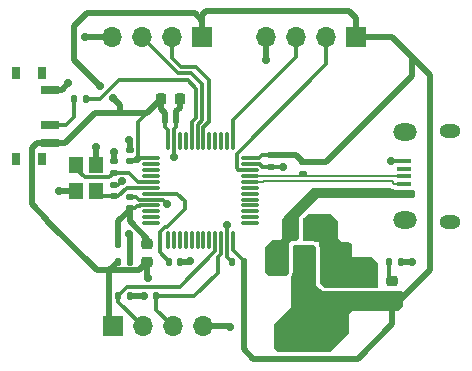
<source format=gbr>
%TF.GenerationSoftware,KiCad,Pcbnew,8.0.8*%
%TF.CreationDate,2025-02-01T16:42:16+07:00*%
%TF.ProjectId,stm32-blue-pill-backups,73746d33-322d-4626-9c75-652d70696c6c,rev?*%
%TF.SameCoordinates,Original*%
%TF.FileFunction,Copper,L1,Top*%
%TF.FilePolarity,Positive*%
%FSLAX46Y46*%
G04 Gerber Fmt 4.6, Leading zero omitted, Abs format (unit mm)*
G04 Created by KiCad (PCBNEW 8.0.8) date 2025-02-01 16:42:16*
%MOMM*%
%LPD*%
G01*
G04 APERTURE LIST*
G04 Aperture macros list*
%AMRoundRect*
0 Rectangle with rounded corners*
0 $1 Rounding radius*
0 $2 $3 $4 $5 $6 $7 $8 $9 X,Y pos of 4 corners*
0 Add a 4 corners polygon primitive as box body*
4,1,4,$2,$3,$4,$5,$6,$7,$8,$9,$2,$3,0*
0 Add four circle primitives for the rounded corners*
1,1,$1+$1,$2,$3*
1,1,$1+$1,$4,$5*
1,1,$1+$1,$6,$7*
1,1,$1+$1,$8,$9*
0 Add four rect primitives between the rounded corners*
20,1,$1+$1,$2,$3,$4,$5,0*
20,1,$1+$1,$4,$5,$6,$7,0*
20,1,$1+$1,$6,$7,$8,$9,0*
20,1,$1+$1,$8,$9,$2,$3,0*%
G04 Aperture macros list end*
%TA.AperFunction,SMDPad,CuDef*%
%ADD10R,0.800000X1.000000*%
%TD*%
%TA.AperFunction,SMDPad,CuDef*%
%ADD11R,1.500000X0.700000*%
%TD*%
%TA.AperFunction,SMDPad,CuDef*%
%ADD12RoundRect,0.135000X-0.135000X-0.185000X0.135000X-0.185000X0.135000X0.185000X-0.135000X0.185000X0*%
%TD*%
%TA.AperFunction,SMDPad,CuDef*%
%ADD13RoundRect,0.135000X0.135000X0.185000X-0.135000X0.185000X-0.135000X-0.185000X0.135000X-0.185000X0*%
%TD*%
%TA.AperFunction,ComponentPad*%
%ADD14R,1.700000X1.700000*%
%TD*%
%TA.AperFunction,ComponentPad*%
%ADD15O,1.700000X1.700000*%
%TD*%
%TA.AperFunction,SMDPad,CuDef*%
%ADD16RoundRect,0.218750X0.256250X-0.218750X0.256250X0.218750X-0.256250X0.218750X-0.256250X-0.218750X0*%
%TD*%
%TA.AperFunction,SMDPad,CuDef*%
%ADD17RoundRect,0.140000X-0.140000X-0.170000X0.140000X-0.170000X0.140000X0.170000X-0.140000X0.170000X0*%
%TD*%
%TA.AperFunction,SMDPad,CuDef*%
%ADD18RoundRect,0.140000X0.170000X-0.140000X0.170000X0.140000X-0.170000X0.140000X-0.170000X-0.140000X0*%
%TD*%
%TA.AperFunction,SMDPad,CuDef*%
%ADD19RoundRect,0.250000X-0.250000X-0.475000X0.250000X-0.475000X0.250000X0.475000X-0.250000X0.475000X0*%
%TD*%
%TA.AperFunction,SMDPad,CuDef*%
%ADD20RoundRect,0.218750X-0.256250X0.218750X-0.256250X-0.218750X0.256250X-0.218750X0.256250X0.218750X0*%
%TD*%
%TA.AperFunction,SMDPad,CuDef*%
%ADD21RoundRect,0.250000X0.475000X-0.250000X0.475000X0.250000X-0.475000X0.250000X-0.475000X-0.250000X0*%
%TD*%
%TA.AperFunction,SMDPad,CuDef*%
%ADD22RoundRect,0.140000X-0.170000X0.140000X-0.170000X-0.140000X0.170000X-0.140000X0.170000X0.140000X0*%
%TD*%
%TA.AperFunction,SMDPad,CuDef*%
%ADD23RoundRect,0.075000X-0.662500X-0.075000X0.662500X-0.075000X0.662500X0.075000X-0.662500X0.075000X0*%
%TD*%
%TA.AperFunction,SMDPad,CuDef*%
%ADD24RoundRect,0.075000X-0.075000X-0.662500X0.075000X-0.662500X0.075000X0.662500X-0.075000X0.662500X0*%
%TD*%
%TA.AperFunction,SMDPad,CuDef*%
%ADD25RoundRect,0.225000X-0.225000X-0.250000X0.225000X-0.250000X0.225000X0.250000X-0.225000X0.250000X0*%
%TD*%
%TA.AperFunction,SMDPad,CuDef*%
%ADD26RoundRect,0.135000X0.185000X-0.135000X0.185000X0.135000X-0.185000X0.135000X-0.185000X-0.135000X0*%
%TD*%
%TA.AperFunction,SMDPad,CuDef*%
%ADD27RoundRect,0.140000X0.140000X0.170000X-0.140000X0.170000X-0.140000X-0.170000X0.140000X-0.170000X0*%
%TD*%
%TA.AperFunction,SMDPad,CuDef*%
%ADD28R,1.200000X1.400000*%
%TD*%
%TA.AperFunction,HeatsinkPad*%
%ADD29O,1.800000X1.150000*%
%TD*%
%TA.AperFunction,HeatsinkPad*%
%ADD30O,2.000000X1.450000*%
%TD*%
%TA.AperFunction,SMDPad,CuDef*%
%ADD31R,1.300000X0.450000*%
%TD*%
%TA.AperFunction,SMDPad,CuDef*%
%ADD32RoundRect,0.375000X-0.375000X0.625000X-0.375000X-0.625000X0.375000X-0.625000X0.375000X0.625000X0*%
%TD*%
%TA.AperFunction,SMDPad,CuDef*%
%ADD33RoundRect,0.500000X-1.400000X0.500000X-1.400000X-0.500000X1.400000X-0.500000X1.400000X0.500000X0*%
%TD*%
%TA.AperFunction,ViaPad*%
%ADD34C,0.700000*%
%TD*%
%TA.AperFunction,Conductor*%
%ADD35C,0.500000*%
%TD*%
%TA.AperFunction,Conductor*%
%ADD36C,0.300000*%
%TD*%
%TA.AperFunction,Conductor*%
%ADD37C,0.200000*%
%TD*%
G04 APERTURE END LIST*
D10*
%TO.P,BOOT,*%
%TO.N,*%
X108500000Y-88050000D03*
X106290000Y-88050000D03*
X108500000Y-95350000D03*
X106290000Y-95350000D03*
D11*
%TO.P,BOOT,1,A*%
%TO.N,GND*%
X109150000Y-89450000D03*
%TO.P,BOOT,2,B*%
%TO.N,/SW_BOOT0*%
X109150000Y-92450000D03*
%TO.P,BOOT,3,C*%
%TO.N,+3.3V*%
X109150000Y-93950000D03*
%TD*%
D12*
%TO.P,R3,1*%
%TO.N,Net-(D1-K)*%
X137850000Y-104000000D03*
%TO.P,R3,2*%
%TO.N,GND*%
X138870000Y-104000000D03*
%TD*%
D13*
%TO.P,R4,2*%
%TO.N,/I2C2_SCL*%
X114910000Y-106950000D03*
%TO.P,R4,1*%
%TO.N,+3.3V*%
X115930000Y-106950000D03*
%TD*%
D14*
%TO.P,SWD,1,Pin_1*%
%TO.N,+3.3V*%
X135120000Y-85000000D03*
D15*
%TO.P,SWD,2,Pin_2*%
%TO.N,/SWDIO*%
X132580000Y-85000000D03*
%TO.P,SWD,3,Pin_3*%
%TO.N,/SWCLK*%
X130040000Y-85000000D03*
%TO.P,SWD,4,Pin_4*%
%TO.N,GND*%
X127500000Y-85000000D03*
%TD*%
D16*
%TO.P,FB1,1*%
%TO.N,+3.3V*%
X117410000Y-104075000D03*
%TO.P,FB1,2*%
%TO.N,+3.3VA*%
X117410000Y-102500000D03*
%TD*%
D17*
%TO.P,C2,1*%
%TO.N,+3.3V*%
X118910000Y-92000000D03*
%TO.P,C2,2*%
%TO.N,GND*%
X119870000Y-92000000D03*
%TD*%
D12*
%TO.P,R1,1*%
%TO.N,/SW_BOOT0*%
X111220000Y-90230000D03*
%TO.P,R1,2*%
%TO.N,/BOOT0*%
X112240000Y-90230000D03*
%TD*%
D18*
%TO.P,C11,1*%
%TO.N,/HSI_OUT*%
X114590000Y-98490000D03*
%TO.P,C11,2*%
%TO.N,GND*%
X114590000Y-97530000D03*
%TD*%
D17*
%TO.P,C8,1*%
%TO.N,+3.3V*%
X114950000Y-104000000D03*
%TO.P,C8,2*%
%TO.N,GND*%
X115910000Y-104000000D03*
%TD*%
D19*
%TO.P,C12,1*%
%TO.N,VBUS*%
X129660000Y-101400000D03*
%TO.P,C12,2*%
%TO.N,GND*%
X131560000Y-101400000D03*
%TD*%
D20*
%TO.P,D1,1,K*%
%TO.N,Net-(D1-K)*%
X138160000Y-105675000D03*
%TO.P,D1,2,A*%
%TO.N,+3.3V*%
X138160000Y-107250000D03*
%TD*%
D17*
%TO.P,C7,1*%
%TO.N,+3.3VA*%
X114950000Y-102500000D03*
%TO.P,C7,2*%
%TO.N,GND*%
X115910000Y-102500000D03*
%TD*%
D21*
%TO.P,C13,1*%
%TO.N,+3.3V*%
X135890000Y-107220000D03*
%TO.P,C13,2*%
%TO.N,GND*%
X135890000Y-105320000D03*
%TD*%
D22*
%TO.P,C1,1*%
%TO.N,+3.3V*%
X127910000Y-95000000D03*
%TO.P,C1,2*%
%TO.N,GND*%
X127910000Y-95960000D03*
%TD*%
D14*
%TO.P,I2C2,1,Pin_1*%
%TO.N,+3.3V*%
X114470000Y-109500000D03*
D15*
%TO.P,I2C2,2,Pin_2*%
%TO.N,/I2C2_SCL*%
X117010000Y-109500000D03*
%TO.P,I2C2,3,Pin_3*%
%TO.N,/I2C2_SDA*%
X119550000Y-109500000D03*
%TO.P,I2C2,4,Pin_4*%
%TO.N,GND*%
X122090000Y-109500000D03*
%TD*%
D17*
%TO.P,C9,1*%
%TO.N,/NRST*%
X119250000Y-104000000D03*
%TO.P,C9,2*%
%TO.N,GND*%
X120210000Y-104000000D03*
%TD*%
D18*
%TO.P,C4,1*%
%TO.N,+3.3V*%
X115910000Y-95500000D03*
%TO.P,C4,2*%
%TO.N,GND*%
X115910000Y-94540000D03*
%TD*%
%TO.P,C6,1*%
%TO.N,+3.3VA*%
X115910000Y-99460000D03*
%TO.P,C6,2*%
%TO.N,GND*%
X115910000Y-98500000D03*
%TD*%
D23*
%TO.P,U1,1,VBAT*%
%TO.N,+3.3V*%
X117747500Y-95250000D03*
%TO.P,U1,2,PC13*%
%TO.N,unconnected-(U1-PC13-Pad2)*%
X117747500Y-95750000D03*
%TO.P,U1,3,PC14*%
%TO.N,unconnected-(U1-PC14-Pad3)*%
X117747500Y-96250000D03*
%TO.P,U1,4,PC15*%
%TO.N,unconnected-(U1-PC15-Pad4)*%
X117747500Y-96750000D03*
%TO.P,U1,5,PD0*%
%TO.N,/HSI_IN*%
X117747500Y-97250000D03*
%TO.P,U1,6,PD1*%
%TO.N,/HSI_OUT*%
X117747500Y-97750000D03*
%TO.P,U1,7,NRST*%
%TO.N,/NRST*%
X117747500Y-98250000D03*
%TO.P,U1,8,VSSA*%
%TO.N,GND*%
X117747500Y-98750000D03*
%TO.P,U1,9,VDDA*%
%TO.N,+3.3VA*%
X117747500Y-99250000D03*
%TO.P,U1,10,PA0*%
%TO.N,unconnected-(U1-PA0-Pad10)*%
X117747500Y-99750000D03*
%TO.P,U1,11,PA1*%
%TO.N,unconnected-(U1-PA1-Pad11)*%
X117747500Y-100250000D03*
%TO.P,U1,12,PA2*%
%TO.N,unconnected-(U1-PA2-Pad12)*%
X117747500Y-100750000D03*
D24*
%TO.P,U1,13,PA3*%
%TO.N,unconnected-(U1-PA3-Pad13)*%
X119160000Y-102162500D03*
%TO.P,U1,14,PA4*%
%TO.N,unconnected-(U1-PA4-Pad14)*%
X119660000Y-102162500D03*
%TO.P,U1,15,PA5*%
%TO.N,unconnected-(U1-PA5-Pad15)*%
X120160000Y-102162500D03*
%TO.P,U1,16,PA6*%
%TO.N,unconnected-(U1-PA6-Pad16)*%
X120660000Y-102162500D03*
%TO.P,U1,17,PA7*%
%TO.N,unconnected-(U1-PA7-Pad17)*%
X121160000Y-102162500D03*
%TO.P,U1,18,PB0*%
%TO.N,unconnected-(U1-PB0-Pad18)*%
X121660000Y-102162500D03*
%TO.P,U1,19,PB1*%
%TO.N,unconnected-(U1-PB1-Pad19)*%
X122160000Y-102162500D03*
%TO.P,U1,20,PB2*%
%TO.N,unconnected-(U1-PB2-Pad20)*%
X122660000Y-102162500D03*
%TO.P,U1,21,PB10*%
%TO.N,/I2C2_SCL*%
X123160000Y-102162500D03*
%TO.P,U1,22,PB11*%
%TO.N,/I2C2_SDA*%
X123660000Y-102162500D03*
%TO.P,U1,23,VSS*%
%TO.N,GND*%
X124160000Y-102162500D03*
%TO.P,U1,24,VDD*%
%TO.N,+3.3V*%
X124660000Y-102162500D03*
D23*
%TO.P,U1,25,PB12*%
%TO.N,unconnected-(U1-PB12-Pad25)*%
X126072500Y-100750000D03*
%TO.P,U1,26,PB13*%
%TO.N,unconnected-(U1-PB13-Pad26)*%
X126072500Y-100250000D03*
%TO.P,U1,27,PB14*%
%TO.N,unconnected-(U1-PB14-Pad27)*%
X126072500Y-99750000D03*
%TO.P,U1,28,PB15*%
%TO.N,unconnected-(U1-PB15-Pad28)*%
X126072500Y-99250000D03*
%TO.P,U1,29,PA8*%
%TO.N,unconnected-(U1-PA8-Pad29)*%
X126072500Y-98750000D03*
%TO.P,U1,30,PA9*%
%TO.N,unconnected-(U1-PA9-Pad30)*%
X126072500Y-98250000D03*
%TO.P,U1,31,PA10*%
%TO.N,unconnected-(U1-PA10-Pad31)*%
X126072500Y-97750000D03*
%TO.P,U1,32,PA11*%
%TO.N,/USB_D-*%
X126072500Y-97250000D03*
%TO.P,U1,33,PA12*%
%TO.N,/USB_D+*%
X126072500Y-96750000D03*
%TO.P,U1,34,PA13*%
%TO.N,/SWDIO*%
X126072500Y-96250000D03*
%TO.P,U1,35,VSS*%
%TO.N,GND*%
X126072500Y-95750000D03*
%TO.P,U1,36,VDD*%
%TO.N,+3.3V*%
X126072500Y-95250000D03*
D24*
%TO.P,U1,37,PA14*%
%TO.N,/SWCLK*%
X124660000Y-93837500D03*
%TO.P,U1,38,PA15*%
%TO.N,unconnected-(U1-PA15-Pad38)*%
X124160000Y-93837500D03*
%TO.P,U1,39,PB3*%
%TO.N,unconnected-(U1-PB3-Pad39)*%
X123660000Y-93837500D03*
%TO.P,U1,40,PB4*%
%TO.N,unconnected-(U1-PB4-Pad40)*%
X123160000Y-93837500D03*
%TO.P,U1,41,PB5*%
%TO.N,unconnected-(U1-PB5-Pad41)*%
X122660000Y-93837500D03*
%TO.P,U1,42,PB6*%
%TO.N,/USART1_TX*%
X122160000Y-93837500D03*
%TO.P,U1,43,PB7*%
%TO.N,/USART1_RX*%
X121660000Y-93837500D03*
%TO.P,U1,44,BOOT0*%
%TO.N,/BOOT0*%
X121160000Y-93837500D03*
%TO.P,U1,45,PB8*%
%TO.N,unconnected-(U1-PB8-Pad45)*%
X120660000Y-93837500D03*
%TO.P,U1,46,PB9*%
%TO.N,unconnected-(U1-PB9-Pad46)*%
X120160000Y-93837500D03*
%TO.P,U1,47,VSS*%
%TO.N,GND*%
X119660000Y-93837500D03*
%TO.P,U1,48,VDD*%
%TO.N,+3.3V*%
X119160000Y-93837500D03*
%TD*%
D14*
%TO.P,UART,1,Pin_1*%
%TO.N,+3.3V*%
X122070000Y-85000000D03*
D15*
%TO.P,UART,2,Pin_2*%
%TO.N,/USART1_TX*%
X119530000Y-85000000D03*
%TO.P,UART,3,Pin_3*%
%TO.N,/USART1_RX*%
X116990000Y-85000000D03*
%TO.P,UART,4,Pin_4*%
%TO.N,GND*%
X114450000Y-85000000D03*
%TD*%
D25*
%TO.P,C5,2*%
%TO.N,GND*%
X120140000Y-90200000D03*
%TO.P,C5,1*%
%TO.N,+3.3V*%
X118590000Y-90200000D03*
%TD*%
D26*
%TO.P,R2,2*%
%TO.N,+3.3V*%
X130610000Y-95590000D03*
%TO.P,R2,1*%
%TO.N,/USB_D+*%
X130610000Y-96610000D03*
%TD*%
D27*
%TO.P,C3,2*%
%TO.N,GND*%
X124600000Y-104000000D03*
%TO.P,C3,1*%
%TO.N,+3.3V*%
X125560000Y-104000000D03*
%TD*%
D28*
%TO.P,Y1,1,1*%
%TO.N,/HSI_IN*%
X111390000Y-95830000D03*
%TO.P,Y1,2,2*%
%TO.N,GND*%
X111390000Y-98030000D03*
%TO.P,Y1,3,3*%
%TO.N,/HSI_OUT*%
X113090000Y-98030000D03*
%TO.P,Y1,4,4*%
%TO.N,GND*%
X113090000Y-95830000D03*
%TD*%
D29*
%TO.P,USB,6,Shield*%
%TO.N,unconnected-(J1-Shield-Pad6)_2*%
X143035000Y-92920000D03*
D30*
%TO.N,unconnected-(J1-Shield-Pad6)*%
X139235000Y-93070000D03*
%TO.N,unconnected-(J1-Shield-Pad6)_1*%
X139235000Y-100520000D03*
D29*
%TO.N,unconnected-(J1-Shield-Pad6)_3*%
X143035000Y-100670000D03*
D31*
%TO.P,USB,5,GND*%
%TO.N,GND*%
X139185000Y-95495000D03*
%TO.P,USB,4,ID*%
%TO.N,unconnected-(J1-ID-Pad4)*%
X139185000Y-96145000D03*
%TO.P,USB,3,D+*%
%TO.N,/USB_D+*%
X139185000Y-96795000D03*
%TO.P,USB,2,D-*%
%TO.N,/USB_D-*%
X139185000Y-97445000D03*
%TO.P,USB,1,VBUS*%
%TO.N,VBUS*%
X139185000Y-98095000D03*
%TD*%
D18*
%TO.P,C10,1*%
%TO.N,/HSI_IN*%
X114590000Y-96490000D03*
%TO.P,C10,2*%
%TO.N,GND*%
X114590000Y-95530000D03*
%TD*%
D12*
%TO.P,R5,1*%
%TO.N,+3.3V*%
X117110000Y-106950000D03*
%TO.P,R5,2*%
%TO.N,/I2C2_SDA*%
X118130000Y-106950000D03*
%TD*%
D32*
%TO.P,U2,1,GND*%
%TO.N,GND*%
X133060000Y-103850000D03*
%TO.P,U2,2,VO*%
%TO.N,+3.3V*%
X130760000Y-103850000D03*
D33*
X130760000Y-110150000D03*
D32*
%TO.P,U2,3,VI*%
%TO.N,VBUS*%
X128460000Y-103850000D03*
%TD*%
D34*
%TO.N,GND*%
X115233155Y-97190000D03*
%TO.N,+3.3V*%
X114464975Y-90144975D03*
X113410000Y-89100000D03*
X117110000Y-106950000D03*
X117460000Y-105430000D03*
%TO.N,GND*%
X139840000Y-104070000D03*
X135920000Y-104040000D03*
X133500000Y-105670000D03*
X132520000Y-105670000D03*
X132940000Y-100830000D03*
X132940000Y-101930000D03*
X138040000Y-95480000D03*
X119660000Y-95140000D03*
X128900000Y-95970000D03*
X124160000Y-100910000D03*
X119110000Y-99130000D03*
X124380000Y-109520000D03*
X115880000Y-101690000D03*
X121060000Y-103990000D03*
X127490000Y-86950000D03*
X112160000Y-85000000D03*
X110730000Y-88870000D03*
X109900000Y-98020000D03*
X113090000Y-94300000D03*
X114590000Y-94690000D03*
X115900000Y-93740000D03*
%TD*%
D35*
%TO.N,+3.3V*%
X116725000Y-104760000D02*
X114190000Y-104760000D01*
X117410000Y-104075000D02*
X116725000Y-104760000D01*
%TO.N,GND*%
X115910000Y-104000000D02*
X115910000Y-102500000D01*
%TO.N,+3.3V*%
X114470000Y-109500000D02*
X114190000Y-109220000D01*
X117400000Y-91390000D02*
X118590000Y-90200000D01*
X115090000Y-91390000D02*
X117400000Y-91390000D01*
D36*
X116600000Y-92190000D02*
X117400000Y-91390000D01*
X116600000Y-95119999D02*
X116600000Y-92190000D01*
%TO.N,GND*%
X114893155Y-97530000D02*
X115233155Y-97190000D01*
X114590000Y-97530000D02*
X114893155Y-97530000D01*
%TO.N,+3.3V*%
X116219999Y-95500000D02*
X116600000Y-95119999D01*
X115910000Y-95500000D02*
X116219999Y-95500000D01*
X118910000Y-92600000D02*
X118910000Y-92000000D01*
X119160000Y-92850000D02*
X118910000Y-92600000D01*
X119160000Y-93837500D02*
X119160000Y-92850000D01*
%TO.N,/NRST*%
X118450000Y-103200000D02*
X119250000Y-104000000D01*
X118906880Y-101075000D02*
X118450000Y-101531880D01*
X118450000Y-101531880D02*
X118450000Y-103200000D01*
X120560000Y-99590000D02*
X119075000Y-101075000D01*
X119940000Y-98250000D02*
X120560000Y-98870000D01*
X117747500Y-98250000D02*
X119940000Y-98250000D01*
X120560000Y-98870000D02*
X120560000Y-99590000D01*
X119075000Y-101075000D02*
X118906880Y-101075000D01*
D37*
%TO.N,/USB_D-*%
X138317759Y-97445000D02*
X139185000Y-97445000D01*
X138097759Y-97225000D02*
X138317759Y-97445000D01*
%TO.N,/USB_D+*%
X138304127Y-96795000D02*
X139185000Y-96795000D01*
X138284147Y-96775020D02*
X138304127Y-96795000D01*
D35*
%TO.N,+3.3V*%
X111240000Y-84060000D02*
X111240000Y-86930000D01*
X112310000Y-82990000D02*
X111240000Y-84060000D01*
X111240000Y-86930000D02*
X113410000Y-89100000D01*
X121420000Y-82990000D02*
X112310000Y-82990000D01*
X122070000Y-85000000D02*
X122070000Y-83640000D01*
X122070000Y-83640000D02*
X121420000Y-82990000D01*
X115090000Y-90770000D02*
X115090000Y-91390000D01*
X114464975Y-90144975D02*
X115090000Y-90770000D01*
X113020000Y-91390000D02*
X115090000Y-91390000D01*
X108950000Y-100601056D02*
X113108944Y-104760000D01*
X108950000Y-100450000D02*
X108950000Y-100601056D01*
X107650000Y-99150000D02*
X108950000Y-100450000D01*
X107650000Y-94400000D02*
X107650000Y-99150000D01*
X113108944Y-104760000D02*
X114190000Y-104760000D01*
X108100000Y-93950000D02*
X107650000Y-94400000D01*
X109150000Y-93950000D02*
X108100000Y-93950000D01*
X110460000Y-93950000D02*
X113020000Y-91390000D01*
X109150000Y-93950000D02*
X110460000Y-93950000D01*
X139780000Y-88330000D02*
X139780000Y-86680000D01*
X130610000Y-95590000D02*
X132520000Y-95590000D01*
X132520000Y-95590000D02*
X139780000Y-88330000D01*
X139780000Y-86680000D02*
X141330000Y-88230000D01*
X138100000Y-85000000D02*
X139780000Y-86680000D01*
X130020000Y-95000000D02*
X127910000Y-95000000D01*
X130610000Y-95590000D02*
X130020000Y-95000000D01*
X125560000Y-111440000D02*
X125560000Y-104000000D01*
X126390000Y-112270000D02*
X125560000Y-111440000D01*
X135220000Y-112270000D02*
X126390000Y-112270000D01*
X138160000Y-107250000D02*
X138160000Y-109330000D01*
X138160000Y-109330000D02*
X135220000Y-112270000D01*
X114950000Y-104000000D02*
X114190000Y-104760000D01*
%TO.N,+3.3VA*%
X115910000Y-100562501D02*
X115910000Y-99460000D01*
X117410000Y-102062501D02*
X115910000Y-100562501D01*
X117410000Y-102500000D02*
X117410000Y-102062501D01*
X115910000Y-99640000D02*
X115910000Y-99460000D01*
X114950000Y-100600000D02*
X115910000Y-99640000D01*
X114950000Y-102500000D02*
X114950000Y-100600000D01*
%TO.N,+3.3V*%
X117410000Y-105380000D02*
X117460000Y-105430000D01*
X117410000Y-104075000D02*
X117410000Y-105380000D01*
X117110000Y-106950000D02*
X115930000Y-106950000D01*
X138840000Y-107250000D02*
X138160000Y-107250000D01*
X141330000Y-104760000D02*
X138840000Y-107250000D01*
X141330000Y-88230000D02*
X141330000Y-104760000D01*
X135120000Y-85000000D02*
X138100000Y-85000000D01*
X135120000Y-83420000D02*
X135120000Y-85000000D01*
X122400000Y-82820000D02*
X134520000Y-82820000D01*
X134520000Y-82820000D02*
X135120000Y-83420000D01*
X122070000Y-85000000D02*
X122070000Y-83150000D01*
X122070000Y-83150000D02*
X122400000Y-82820000D01*
D36*
%TO.N,Net-(D1-K)*%
X137850000Y-105365000D02*
X138160000Y-105675000D01*
X137850000Y-104000000D02*
X137850000Y-105365000D01*
D35*
%TO.N,GND*%
X139770000Y-104000000D02*
X139840000Y-104070000D01*
X138870000Y-104000000D02*
X139770000Y-104000000D01*
D36*
%TO.N,/I2C2_SDA*%
X118130000Y-108080000D02*
X119550000Y-109500000D01*
X118130000Y-106950000D02*
X118130000Y-108080000D01*
%TO.N,/I2C2_SCL*%
X114910000Y-107400000D02*
X117010000Y-109500000D01*
X114910000Y-106950000D02*
X114910000Y-107400000D01*
%TO.N,GND*%
X138055000Y-95495000D02*
X138040000Y-95480000D01*
X139260000Y-95495000D02*
X138055000Y-95495000D01*
X119660000Y-93837500D02*
X119660000Y-95140000D01*
X128890000Y-95960000D02*
X128900000Y-95970000D01*
X127910000Y-95960000D02*
X128890000Y-95960000D01*
X124160000Y-102162500D02*
X124160000Y-100910000D01*
X118730000Y-98750000D02*
X119110000Y-99130000D01*
X117747500Y-98750000D02*
X118730000Y-98750000D01*
D35*
X124360000Y-109500000D02*
X124380000Y-109520000D01*
X122090000Y-109500000D02*
X124360000Y-109500000D01*
X115910000Y-101720000D02*
X115880000Y-101690000D01*
X115910000Y-102500000D02*
X115910000Y-101720000D01*
X121050000Y-104000000D02*
X121060000Y-103990000D01*
X120210000Y-104000000D02*
X121050000Y-104000000D01*
X127500000Y-86940000D02*
X127490000Y-86950000D01*
X127500000Y-85000000D02*
X127500000Y-86940000D01*
X114450000Y-85000000D02*
X112160000Y-85000000D01*
X110150000Y-89450000D02*
X110730000Y-88870000D01*
X109150000Y-89450000D02*
X110150000Y-89450000D01*
X109910000Y-98030000D02*
X109900000Y-98020000D01*
X111390000Y-98030000D02*
X109910000Y-98030000D01*
X113090000Y-95830000D02*
X113090000Y-94300000D01*
X114590000Y-95530000D02*
X114590000Y-94690000D01*
X115910000Y-93750000D02*
X115900000Y-93740000D01*
X115910000Y-94540000D02*
X115910000Y-93750000D01*
D36*
%TO.N,/I2C2_SCL*%
X123160000Y-103142893D02*
X120172893Y-106130000D01*
X123160000Y-102162500D02*
X123160000Y-103142893D01*
%TO.N,+3.3V*%
X125560000Y-103953154D02*
X124660000Y-103053154D01*
X125560000Y-104000000D02*
X125560000Y-103953154D01*
X124660000Y-103053154D02*
X124660000Y-102162500D01*
%TO.N,GND*%
X124160000Y-103590000D02*
X124160000Y-102162500D01*
X124570000Y-104000000D02*
X124160000Y-103590000D01*
X124600000Y-104000000D02*
X124570000Y-104000000D01*
%TO.N,/I2C2_SDA*%
X121360000Y-106950000D02*
X118130000Y-106950000D01*
X123380000Y-104930000D02*
X121360000Y-106950000D01*
X123660000Y-102162500D02*
X123660000Y-103350000D01*
X123660000Y-103350000D02*
X123380000Y-103630000D01*
X123380000Y-103630000D02*
X123380000Y-104930000D01*
%TO.N,/SW_BOOT0*%
X111220000Y-91730000D02*
X110500000Y-92450000D01*
X111220000Y-90230000D02*
X111220000Y-91730000D01*
X110500000Y-92450000D02*
X109150000Y-92450000D01*
%TO.N,/BOOT0*%
X113390000Y-90230000D02*
X112240000Y-90230000D01*
X114990000Y-88630000D02*
X113390000Y-90230000D01*
X120830000Y-88630000D02*
X114990000Y-88630000D01*
X121560000Y-89360000D02*
X120830000Y-88630000D01*
X121560000Y-91822894D02*
X121560000Y-89360000D01*
X121160000Y-92222894D02*
X121560000Y-91822894D01*
X121160000Y-93837500D02*
X121160000Y-92222894D01*
%TO.N,/USART1_RX*%
X121120000Y-88050000D02*
X120040000Y-88050000D01*
X120040000Y-88050000D02*
X116990000Y-85000000D01*
X122060000Y-88990000D02*
X121120000Y-88050000D01*
X122060000Y-91990000D02*
X122060000Y-88990000D01*
X122080000Y-92010000D02*
X122060000Y-91990000D01*
X121660000Y-92430000D02*
X122080000Y-92010000D01*
X121660000Y-93837500D02*
X121660000Y-92430000D01*
%TO.N,/SWCLK*%
X130040000Y-86650000D02*
X130040000Y-85000000D01*
X124660000Y-92030000D02*
X130040000Y-86650000D01*
X124660000Y-93837500D02*
X124660000Y-92030000D01*
%TO.N,/SWDIO*%
X124970000Y-94910000D02*
X132580000Y-87300000D01*
X132580000Y-87300000D02*
X132580000Y-85000000D01*
X124970000Y-96120000D02*
X124970000Y-94910000D01*
X125100000Y-96250000D02*
X124970000Y-96120000D01*
X126072500Y-96250000D02*
X125100000Y-96250000D01*
D37*
%TO.N,/USB_D+*%
X138269985Y-96775020D02*
X138284147Y-96775020D01*
X138269965Y-96775000D02*
X138269985Y-96775020D01*
X127178751Y-96750000D02*
X127203751Y-96775000D01*
X126072500Y-96750000D02*
X127178751Y-96750000D01*
%TO.N,/USB_D-*%
X139135000Y-97320000D02*
X139260000Y-97445000D01*
X127203751Y-97225000D02*
X138097759Y-97225000D01*
X126072500Y-97250000D02*
X127178751Y-97250000D01*
X127178751Y-97250000D02*
X127203751Y-97225000D01*
D36*
%TO.N,/HSI_OUT*%
X113550000Y-98490000D02*
X113090000Y-98030000D01*
X114590000Y-98490000D02*
X113550000Y-98490000D01*
%TO.N,/HSI_IN*%
X111390000Y-96130000D02*
X111390000Y-95830000D01*
X114200000Y-96880000D02*
X112140000Y-96880000D01*
X112140000Y-96880000D02*
X111390000Y-96130000D01*
X114590000Y-96490000D02*
X114200000Y-96880000D01*
X116620000Y-97250000D02*
X115860000Y-96490000D01*
X115860000Y-96490000D02*
X114590000Y-96490000D01*
X117747500Y-97250000D02*
X116620000Y-97250000D01*
%TO.N,/HSI_OUT*%
X114913154Y-98490000D02*
X114590000Y-98490000D01*
X117747500Y-97750000D02*
X115653154Y-97750000D01*
X115653154Y-97750000D02*
X114913154Y-98490000D01*
%TO.N,GND*%
X127160000Y-95960000D02*
X127910000Y-95960000D01*
X126950000Y-95750000D02*
X127160000Y-95960000D01*
X126072500Y-95750000D02*
X126950000Y-95750000D01*
%TO.N,+3.3V*%
X127100000Y-95000000D02*
X127910000Y-95000000D01*
X126072500Y-95250000D02*
X126850000Y-95250000D01*
X126850000Y-95250000D02*
X127100000Y-95000000D01*
X116656880Y-95500000D02*
X116906880Y-95250000D01*
X116906880Y-95250000D02*
X117747500Y-95250000D01*
X115910000Y-95500000D02*
X116656880Y-95500000D01*
%TO.N,+3.3VA*%
X116760000Y-99270000D02*
X116780000Y-99250000D01*
X116380000Y-99460000D02*
X116570000Y-99270000D01*
X116570000Y-99270000D02*
X116760000Y-99270000D01*
X115910000Y-99460000D02*
X116380000Y-99460000D01*
X116780000Y-99250000D02*
X117747500Y-99250000D01*
%TO.N,GND*%
X116460000Y-98500000D02*
X116710000Y-98750000D01*
X116710000Y-98750000D02*
X117747500Y-98750000D01*
X115910000Y-98500000D02*
X116460000Y-98500000D01*
D35*
X119870000Y-91240000D02*
X119870000Y-92000000D01*
X120140000Y-90970000D02*
X119870000Y-91240000D01*
X120140000Y-90200000D02*
X120140000Y-90970000D01*
%TO.N,+3.3V*%
X118910000Y-91390000D02*
X118910000Y-92000000D01*
X118590000Y-90200000D02*
X118590000Y-91070000D01*
X118590000Y-91070000D02*
X118910000Y-91390000D01*
D36*
%TO.N,GND*%
X119870000Y-92610000D02*
X119870000Y-92000000D01*
X119660000Y-92820000D02*
X119870000Y-92610000D01*
X119660000Y-93837500D02*
X119660000Y-92820000D01*
%TO.N,/USART1_TX*%
X119460000Y-85070000D02*
X119530000Y-85000000D01*
X120247106Y-87550000D02*
X119460000Y-86762894D01*
X122160000Y-93837500D02*
X122160000Y-92637106D01*
X122600000Y-92197106D02*
X122600000Y-88590000D01*
X122160000Y-92637106D02*
X122600000Y-92197106D01*
X122600000Y-88590000D02*
X121560000Y-87550000D01*
X121560000Y-87550000D02*
X120247106Y-87550000D01*
X119460000Y-86762894D02*
X119460000Y-85070000D01*
%TO.N,/I2C2_SCL*%
X120172893Y-106130000D02*
X115730000Y-106130000D01*
X115730000Y-106130000D02*
X114910000Y-106950000D01*
D37*
%TO.N,/USB_D+*%
X127203751Y-96775000D02*
X138269965Y-96775000D01*
D35*
%TO.N,+3.3V*%
X114190000Y-109220000D02*
X114190000Y-104760000D01*
%TD*%
%TA.AperFunction,Conductor*%
%TO.N,GND*%
G36*
X133015677Y-100029685D02*
G01*
X133036319Y-100046319D01*
X133483681Y-100493681D01*
X133517166Y-100555004D01*
X133520000Y-100581362D01*
X133520000Y-102000000D01*
X133900000Y-102380000D01*
X134508638Y-102380000D01*
X134575677Y-102399685D01*
X134596319Y-102416319D01*
X134733681Y-102553681D01*
X134767166Y-102615004D01*
X134770000Y-102641362D01*
X134770000Y-103610000D01*
X136348638Y-103610000D01*
X136415677Y-103629685D01*
X136436319Y-103646319D01*
X136943681Y-104153681D01*
X136977166Y-104215004D01*
X136980000Y-104241362D01*
X136980000Y-106080500D01*
X136960315Y-106147539D01*
X136907511Y-106193294D01*
X136856000Y-106204500D01*
X132466270Y-106204500D01*
X132399231Y-106184815D01*
X132390588Y-106178725D01*
X132063818Y-105926950D01*
X132022727Y-105870440D01*
X132015500Y-105828725D01*
X132015500Y-102831361D01*
X132015390Y-102829320D01*
X132013749Y-102798703D01*
X132010915Y-102772345D01*
X132010080Y-102765340D01*
X131975297Y-102658593D01*
X131975295Y-102658588D01*
X131941815Y-102597275D01*
X131941814Y-102597273D01*
X131941812Y-102597270D01*
X131934731Y-102587811D01*
X131910316Y-102522348D01*
X131910000Y-102513503D01*
X131910000Y-102370000D01*
X131737228Y-102370000D01*
X131681026Y-102356532D01*
X131641752Y-102336562D01*
X131641746Y-102336560D01*
X131574716Y-102316877D01*
X131574710Y-102316876D01*
X131488638Y-102304500D01*
X131488635Y-102304500D01*
X130724000Y-102304500D01*
X130656961Y-102284815D01*
X130611206Y-102232011D01*
X130600000Y-102180500D01*
X130600000Y-100421362D01*
X130619685Y-100354323D01*
X130636319Y-100333681D01*
X130923681Y-100046319D01*
X130985004Y-100012834D01*
X131011362Y-100010000D01*
X132948638Y-100010000D01*
X133015677Y-100029685D01*
G37*
%TD.AperFunction*%
%TD*%
%TA.AperFunction,Conductor*%
%TO.N,+3.3V*%
G36*
X131555677Y-102629685D02*
G01*
X131576319Y-102646319D01*
X131673681Y-102743681D01*
X131707166Y-102805004D01*
X131710000Y-102831362D01*
X131710000Y-106040000D01*
X131709999Y-106040000D01*
X132319999Y-106510000D01*
X132320000Y-106510000D01*
X132460000Y-106510000D01*
X138908638Y-106510000D01*
X138975677Y-106529685D01*
X138996319Y-106546319D01*
X139023681Y-106573681D01*
X139057166Y-106635004D01*
X139060000Y-106661362D01*
X139060000Y-107738638D01*
X139040315Y-107805677D01*
X139023681Y-107826319D01*
X138706319Y-108143681D01*
X138644996Y-108177166D01*
X138618638Y-108180000D01*
X134749999Y-108180000D01*
X134470000Y-108459999D01*
X134470000Y-110068638D01*
X134450315Y-110135677D01*
X134433681Y-110156319D01*
X132996319Y-111593681D01*
X132934996Y-111627166D01*
X132908638Y-111630000D01*
X128441362Y-111630000D01*
X128374323Y-111610315D01*
X128353681Y-111593681D01*
X128186319Y-111426319D01*
X128152834Y-111364996D01*
X128150000Y-111338638D01*
X128150000Y-109351362D01*
X128169685Y-109284323D01*
X128186319Y-109263681D01*
X129600000Y-107850000D01*
X129600000Y-105256095D01*
X129619685Y-105189056D01*
X129627453Y-105178283D01*
X129628212Y-105177341D01*
X129632551Y-105171827D01*
X129632553Y-105171825D01*
X129683439Y-105071749D01*
X129703124Y-105004710D01*
X129715500Y-104918638D01*
X129715500Y-102734000D01*
X129735185Y-102666961D01*
X129787989Y-102621206D01*
X129839500Y-102610000D01*
X131488638Y-102610000D01*
X131555677Y-102629685D01*
G37*
%TD.AperFunction*%
%TD*%
%TA.AperFunction,Conductor*%
%TO.N,VBUS*%
G36*
X138069593Y-97764179D02*
G01*
X138071845Y-97765479D01*
X138071846Y-97765480D01*
X138163171Y-97818207D01*
X138260939Y-97844403D01*
X138316525Y-97876496D01*
X138362235Y-97922206D01*
X138465009Y-97967585D01*
X138490135Y-97970500D01*
X139879864Y-97970499D01*
X139879879Y-97970497D01*
X139879882Y-97970497D01*
X139904987Y-97967586D01*
X139913445Y-97965285D01*
X139983301Y-97966678D01*
X140041314Y-98005618D01*
X140069065Y-98069740D01*
X140070000Y-98084935D01*
X140070000Y-98456000D01*
X140050315Y-98523039D01*
X139997511Y-98568794D01*
X139946000Y-98580000D01*
X131889999Y-98580000D01*
X130270000Y-100199999D01*
X130270000Y-101948638D01*
X130250315Y-102015677D01*
X130233681Y-102036319D01*
X130076319Y-102193681D01*
X130014996Y-102227166D01*
X129988638Y-102230000D01*
X129649999Y-102230000D01*
X129410000Y-102469999D01*
X129410000Y-104918638D01*
X129390315Y-104985677D01*
X129373681Y-105006319D01*
X129216319Y-105163681D01*
X129154996Y-105197166D01*
X129128638Y-105200000D01*
X127691362Y-105200000D01*
X127624323Y-105180315D01*
X127603681Y-105163681D01*
X127436319Y-104996319D01*
X127402834Y-104934996D01*
X127400000Y-104908638D01*
X127400000Y-102761362D01*
X127419685Y-102694323D01*
X127436319Y-102673681D01*
X127873681Y-102236319D01*
X127935004Y-102202834D01*
X127961362Y-102200000D01*
X128620000Y-102200000D01*
X128840000Y-101980000D01*
X128840000Y-100371362D01*
X128859685Y-100304323D01*
X128876319Y-100283681D01*
X128960001Y-100199999D01*
X131373701Y-97786298D01*
X131435022Y-97752815D01*
X131461333Y-97749981D01*
X138007548Y-97747566D01*
X138069593Y-97764179D01*
G37*
%TD.AperFunction*%
%TD*%
M02*

</source>
